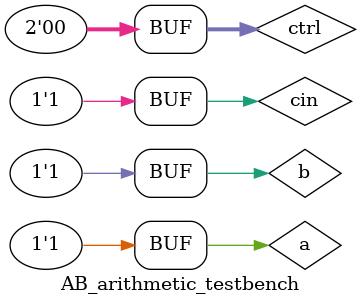
<source format=sv>
`timescale 1ps/1ps
module AB_arithmetic (a, b, aShifted, ctrl, cin, out, cout);
	input logic a, b, aShifted, cin;
	input logic [1:0] ctrl;
	output logic out, cout;
	
	logic [1:0] finalMuxIn;
	
	// logic for bottom bit of b
	// separated from generate block b/c different handles for add or subtract
	
	logic [1:0] bMuxBus;
	logic bMuxOut;
	assign bMuxBus[0] = b; // constant wire connection, for module formatting purposes
	inverter invB (.in(b), .out(bMuxBus[1]));
	mux_2to1 shiftMux (.in({aShifted, b}), .sel(ctrl[0]), .out(finalMuxIn[0]));
	mux_2to1 subMux (.in(bMuxBus), .sel(ctrl[0]), .out(bMuxOut));
	bitAdder adder (.a, .b(bMuxOut), .cin, .out(finalMuxIn[1]), .cout);
	
	mux_2to1 finalMux (.in(finalMuxIn), .sel(ctrl[1]), .out);

endmodule 

module AB_arithmetic_testbench();
	logic a, b, cin, cout, out;
	logic [1:0] ctrl;
	
	AB_arithmetic dut (.a, .b, .ctrl, .cin, .out, .cout);
	
	parameter delay = 1000;
	
	// b/c subtraction for 1-bit only works if cin is 1, only need to make sure those
	// conditions are right
	// if (cin)
	//		if a = 0, b = 0: out = 0
	//		if a = 0, b = 1; out = 1
	//		if a = 1, b = 0; out = 1
	//		if a = 1, b = 1; out = 0
	initial begin
		ctrl = 0; cin = 0; #delay;
		for (int i = 0; i < 4; i++) begin
			cin = 0; a = 0; b = 0; #delay;
			cin = 0; a = 0; b = 1; #delay;
			cin = 0; a = 1; b = 0; #delay;
			cin = 0; a = 1; b = 1; #delay;
			cin = 1; a = 0; b = 0; #delay;
			cin = 1; a = 0; b = 1; #delay;
			cin = 1; a = 1; b = 0; #delay;
			cin = 1; a = 1; b = 1; #delay;
			ctrl += 1; #delay;
		end
	end	
endmodule 
</source>
